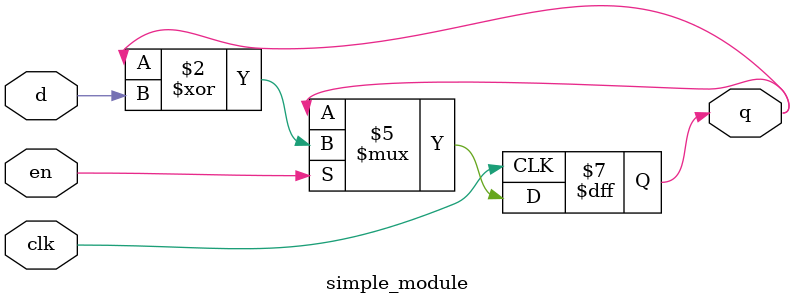
<source format=v>
`timescale 1ns/1ps

module simple_module (
		      input clk,
		      input en,
		      input d,
		      output reg q
		      );

		      initial begin
		      q=0;
		      end
   always @(posedge clk) begin
	   if (en)
	q <= q^d;   // NON-BLOCKING ASSIGNMENT specifies D Flip Flop
      else 	      // The flip-flop creates a one-cycle delay before
	q <= q;   // q is changed
   end
endmodule // simple_module

</source>
